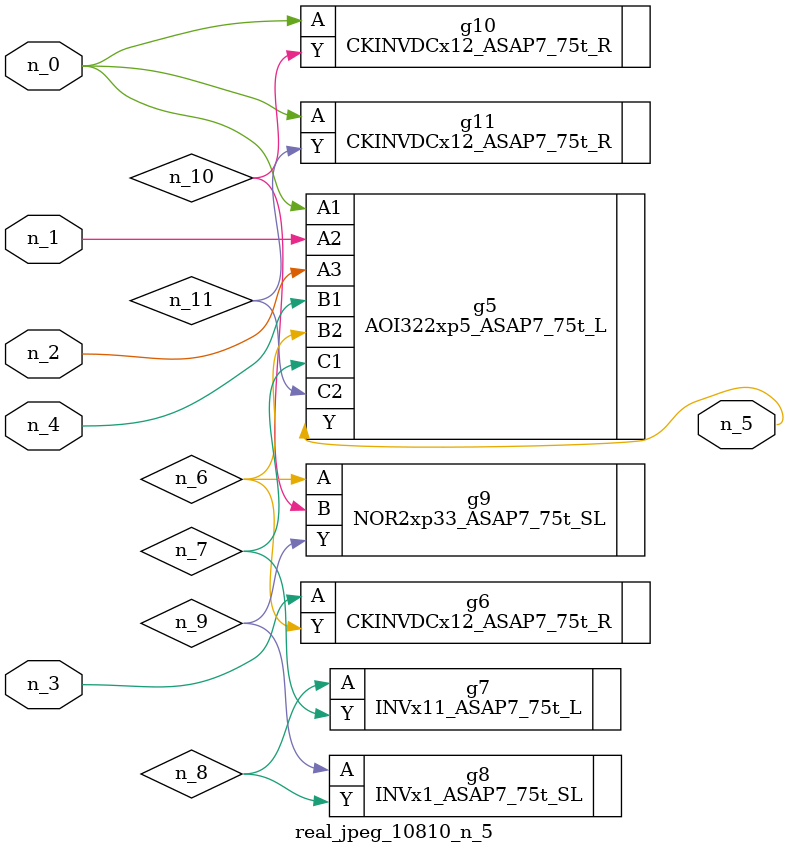
<source format=v>
module real_jpeg_10810_n_5 (n_4, n_0, n_1, n_2, n_3, n_5);

input n_4;
input n_0;
input n_1;
input n_2;
input n_3;

output n_5;

wire n_8;
wire n_11;
wire n_6;
wire n_7;
wire n_10;
wire n_9;

AOI322xp5_ASAP7_75t_L g5 ( 
.A1(n_0),
.A2(n_1),
.A3(n_2),
.B1(n_4),
.B2(n_6),
.C1(n_7),
.C2(n_11),
.Y(n_5)
);

CKINVDCx12_ASAP7_75t_R g10 ( 
.A(n_0),
.Y(n_10)
);

CKINVDCx12_ASAP7_75t_R g11 ( 
.A(n_0),
.Y(n_11)
);

CKINVDCx12_ASAP7_75t_R g6 ( 
.A(n_3),
.Y(n_6)
);

NOR2xp33_ASAP7_75t_SL g9 ( 
.A(n_6),
.B(n_10),
.Y(n_9)
);

INVx11_ASAP7_75t_L g7 ( 
.A(n_8),
.Y(n_7)
);

INVx1_ASAP7_75t_SL g8 ( 
.A(n_9),
.Y(n_8)
);


endmodule
</source>
